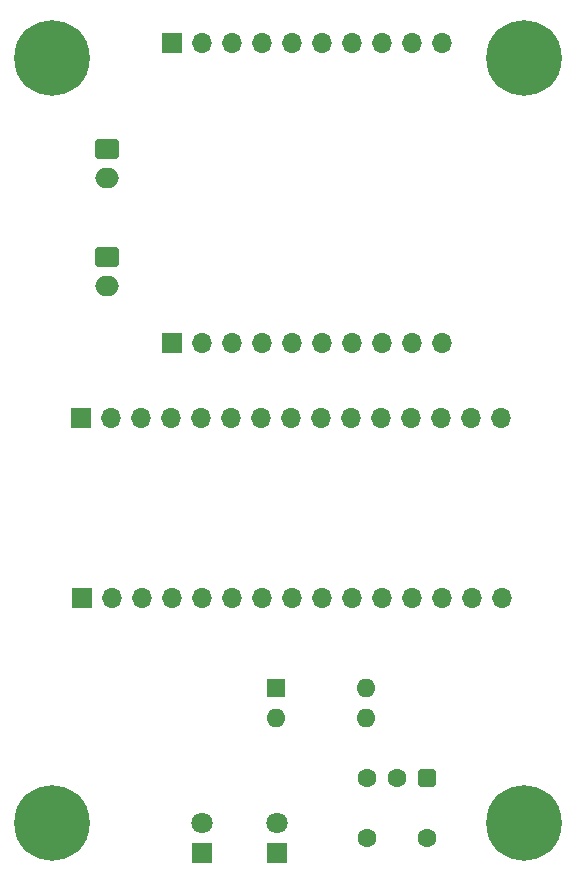
<source format=gbr>
%TF.GenerationSoftware,KiCad,Pcbnew,(6.0.8)*%
%TF.CreationDate,2022-10-07T14:53:03+09:00*%
%TF.ProjectId,Receiver,52656365-6976-4657-922e-6b696361645f,rev?*%
%TF.SameCoordinates,Original*%
%TF.FileFunction,Soldermask,Top*%
%TF.FilePolarity,Negative*%
%FSLAX46Y46*%
G04 Gerber Fmt 4.6, Leading zero omitted, Abs format (unit mm)*
G04 Created by KiCad (PCBNEW (6.0.8)) date 2022-10-07 14:53:03*
%MOMM*%
%LPD*%
G01*
G04 APERTURE LIST*
G04 Aperture macros list*
%AMRoundRect*
0 Rectangle with rounded corners*
0 $1 Rounding radius*
0 $2 $3 $4 $5 $6 $7 $8 $9 X,Y pos of 4 corners*
0 Add a 4 corners polygon primitive as box body*
4,1,4,$2,$3,$4,$5,$6,$7,$8,$9,$2,$3,0*
0 Add four circle primitives for the rounded corners*
1,1,$1+$1,$2,$3*
1,1,$1+$1,$4,$5*
1,1,$1+$1,$6,$7*
1,1,$1+$1,$8,$9*
0 Add four rect primitives between the rounded corners*
20,1,$1+$1,$2,$3,$4,$5,0*
20,1,$1+$1,$4,$5,$6,$7,0*
20,1,$1+$1,$6,$7,$8,$9,0*
20,1,$1+$1,$8,$9,$2,$3,0*%
G04 Aperture macros list end*
%ADD10C,0.800000*%
%ADD11C,6.400000*%
%ADD12R,1.700000X1.700000*%
%ADD13O,1.700000X1.700000*%
%ADD14RoundRect,0.250000X-0.750000X0.600000X-0.750000X-0.600000X0.750000X-0.600000X0.750000X0.600000X0*%
%ADD15O,2.000000X1.700000*%
%ADD16R,1.800000X1.800000*%
%ADD17C,1.800000*%
%ADD18R,1.600000X1.600000*%
%ADD19O,1.600000X1.600000*%
%ADD20C,1.600000*%
%ADD21RoundRect,0.400000X0.400000X-0.400000X0.400000X0.400000X-0.400000X0.400000X-0.400000X-0.400000X0*%
G04 APERTURE END LIST*
D10*
%TO.C,H1*%
X86787056Y-85517056D03*
X85090000Y-86220000D03*
X83392944Y-82122944D03*
X86787056Y-82122944D03*
X85090000Y-81420000D03*
D11*
X85090000Y-83820000D03*
D10*
X82690000Y-83820000D03*
X87490000Y-83820000D03*
X83392944Y-85517056D03*
%TD*%
%TO.C,H3*%
X125095000Y-146190000D03*
X126792056Y-146892944D03*
X123397944Y-150287056D03*
X125095000Y-150990000D03*
X123397944Y-146892944D03*
D11*
X125095000Y-148590000D03*
D10*
X122695000Y-148590000D03*
X126792056Y-150287056D03*
X127495000Y-148590000D03*
%TD*%
%TO.C,H4*%
X125095000Y-81420000D03*
X123397944Y-85517056D03*
X126792056Y-82122944D03*
D11*
X125095000Y-83820000D03*
D10*
X126792056Y-85517056D03*
X125095000Y-86220000D03*
X122695000Y-83820000D03*
X127495000Y-83820000D03*
X123397944Y-82122944D03*
%TD*%
D11*
%TO.C,H2*%
X85090000Y-148590000D03*
D10*
X86787056Y-146892944D03*
X83392944Y-146892944D03*
X83392944Y-150287056D03*
X85090000Y-146190000D03*
X86787056Y-150287056D03*
X87490000Y-148590000D03*
X85090000Y-150990000D03*
X82690000Y-148590000D03*
%TD*%
D12*
%TO.C,J4*%
X95280000Y-82525000D03*
D13*
X97820000Y-82525000D03*
X100360000Y-82525000D03*
X102900000Y-82525000D03*
X105440000Y-82525000D03*
X107980000Y-82525000D03*
X110520000Y-82525000D03*
X113060000Y-82525000D03*
X115600000Y-82525000D03*
X118140000Y-82525000D03*
%TD*%
D12*
%TO.C,J1*%
X87660000Y-129515000D03*
D13*
X90200000Y-129515000D03*
X92740000Y-129515000D03*
X95280000Y-129515000D03*
X97820000Y-129515000D03*
X100360000Y-129515000D03*
X102900000Y-129515000D03*
X105440000Y-129515000D03*
X107980000Y-129515000D03*
X110520000Y-129515000D03*
X113060000Y-129515000D03*
X115600000Y-129515000D03*
X118140000Y-129515000D03*
X120680000Y-129515000D03*
X123220000Y-129515000D03*
%TD*%
D14*
%TO.C,J5*%
X89810000Y-91460000D03*
D15*
X89810000Y-93960000D03*
%TD*%
D16*
%TO.C,D2*%
X97790000Y-151130000D03*
D17*
X97790000Y-148590000D03*
%TD*%
D12*
%TO.C,J2*%
X87615000Y-114275000D03*
D13*
X90155000Y-114275000D03*
X92695000Y-114275000D03*
X95235000Y-114275000D03*
X97775000Y-114275000D03*
X100315000Y-114275000D03*
X102855000Y-114275000D03*
X105395000Y-114275000D03*
X107935000Y-114275000D03*
X110475000Y-114275000D03*
X113015000Y-114275000D03*
X115555000Y-114275000D03*
X118095000Y-114275000D03*
X120635000Y-114275000D03*
X123175000Y-114275000D03*
%TD*%
D18*
%TO.C,U1*%
X104135000Y-137155000D03*
D19*
X104135000Y-139695000D03*
X111755000Y-139695000D03*
X111755000Y-137155000D03*
%TD*%
D14*
%TO.C,J6*%
X89810000Y-100620000D03*
D15*
X89810000Y-103120000D03*
%TD*%
D12*
%TO.C,J3*%
X95280000Y-107925000D03*
D13*
X97820000Y-107925000D03*
X100360000Y-107925000D03*
X102900000Y-107925000D03*
X105440000Y-107925000D03*
X107980000Y-107925000D03*
X110520000Y-107925000D03*
X113060000Y-107925000D03*
X115600000Y-107925000D03*
X118140000Y-107925000D03*
%TD*%
D16*
%TO.C,D1*%
X104140000Y-151130000D03*
D17*
X104140000Y-148590000D03*
%TD*%
D20*
%TO.C,SW1*%
X116840000Y-149850000D03*
X111760000Y-149850000D03*
D21*
X116840000Y-144770000D03*
D20*
X114300000Y-144770000D03*
X111760000Y-144770000D03*
%TD*%
M02*

</source>
